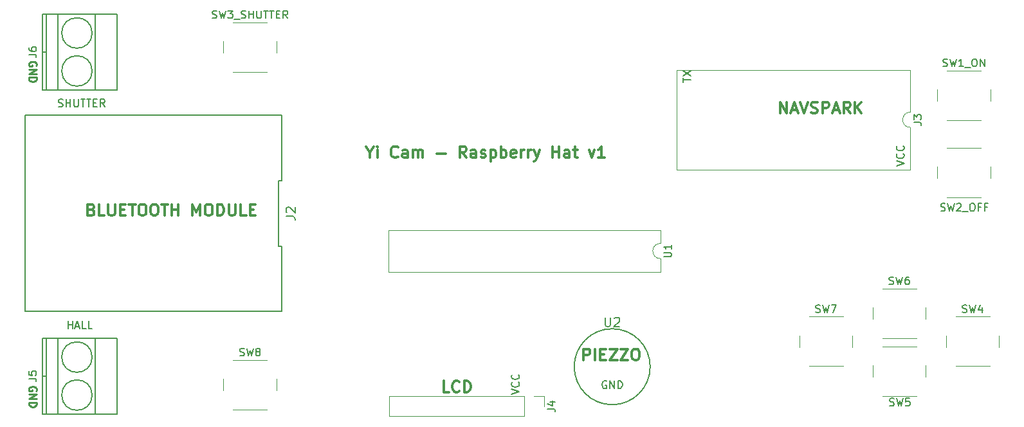
<source format=gbr>
G04 #@! TF.FileFunction,Legend,Top*
%FSLAX46Y46*%
G04 Gerber Fmt 4.6, Leading zero omitted, Abs format (unit mm)*
G04 Created by KiCad (PCBNEW 4.0.6) date 07/08/17 15:03:49*
%MOMM*%
%LPD*%
G01*
G04 APERTURE LIST*
%ADD10C,0.100000*%
%ADD11C,0.300000*%
%ADD12C,0.250000*%
%ADD13C,0.150000*%
%ADD14C,0.120000*%
G04 APERTURE END LIST*
D10*
D11*
X121874286Y-121503286D02*
X121874286Y-122217571D01*
X121374286Y-120717571D02*
X121874286Y-121503286D01*
X122374286Y-120717571D01*
X122874286Y-122217571D02*
X122874286Y-121217571D01*
X122874286Y-120717571D02*
X122802857Y-120789000D01*
X122874286Y-120860429D01*
X122945714Y-120789000D01*
X122874286Y-120717571D01*
X122874286Y-120860429D01*
X125588572Y-122074714D02*
X125517143Y-122146143D01*
X125302857Y-122217571D01*
X125160000Y-122217571D01*
X124945715Y-122146143D01*
X124802857Y-122003286D01*
X124731429Y-121860429D01*
X124660000Y-121574714D01*
X124660000Y-121360429D01*
X124731429Y-121074714D01*
X124802857Y-120931857D01*
X124945715Y-120789000D01*
X125160000Y-120717571D01*
X125302857Y-120717571D01*
X125517143Y-120789000D01*
X125588572Y-120860429D01*
X126874286Y-122217571D02*
X126874286Y-121431857D01*
X126802857Y-121289000D01*
X126660000Y-121217571D01*
X126374286Y-121217571D01*
X126231429Y-121289000D01*
X126874286Y-122146143D02*
X126731429Y-122217571D01*
X126374286Y-122217571D01*
X126231429Y-122146143D01*
X126160000Y-122003286D01*
X126160000Y-121860429D01*
X126231429Y-121717571D01*
X126374286Y-121646143D01*
X126731429Y-121646143D01*
X126874286Y-121574714D01*
X127588572Y-122217571D02*
X127588572Y-121217571D01*
X127588572Y-121360429D02*
X127660000Y-121289000D01*
X127802858Y-121217571D01*
X128017143Y-121217571D01*
X128160000Y-121289000D01*
X128231429Y-121431857D01*
X128231429Y-122217571D01*
X128231429Y-121431857D02*
X128302858Y-121289000D01*
X128445715Y-121217571D01*
X128660000Y-121217571D01*
X128802858Y-121289000D01*
X128874286Y-121431857D01*
X128874286Y-122217571D01*
X130731429Y-121646143D02*
X131874286Y-121646143D01*
X134588572Y-122217571D02*
X134088572Y-121503286D01*
X133731429Y-122217571D02*
X133731429Y-120717571D01*
X134302857Y-120717571D01*
X134445715Y-120789000D01*
X134517143Y-120860429D01*
X134588572Y-121003286D01*
X134588572Y-121217571D01*
X134517143Y-121360429D01*
X134445715Y-121431857D01*
X134302857Y-121503286D01*
X133731429Y-121503286D01*
X135874286Y-122217571D02*
X135874286Y-121431857D01*
X135802857Y-121289000D01*
X135660000Y-121217571D01*
X135374286Y-121217571D01*
X135231429Y-121289000D01*
X135874286Y-122146143D02*
X135731429Y-122217571D01*
X135374286Y-122217571D01*
X135231429Y-122146143D01*
X135160000Y-122003286D01*
X135160000Y-121860429D01*
X135231429Y-121717571D01*
X135374286Y-121646143D01*
X135731429Y-121646143D01*
X135874286Y-121574714D01*
X136517143Y-122146143D02*
X136660000Y-122217571D01*
X136945715Y-122217571D01*
X137088572Y-122146143D01*
X137160000Y-122003286D01*
X137160000Y-121931857D01*
X137088572Y-121789000D01*
X136945715Y-121717571D01*
X136731429Y-121717571D01*
X136588572Y-121646143D01*
X136517143Y-121503286D01*
X136517143Y-121431857D01*
X136588572Y-121289000D01*
X136731429Y-121217571D01*
X136945715Y-121217571D01*
X137088572Y-121289000D01*
X137802858Y-121217571D02*
X137802858Y-122717571D01*
X137802858Y-121289000D02*
X137945715Y-121217571D01*
X138231429Y-121217571D01*
X138374286Y-121289000D01*
X138445715Y-121360429D01*
X138517144Y-121503286D01*
X138517144Y-121931857D01*
X138445715Y-122074714D01*
X138374286Y-122146143D01*
X138231429Y-122217571D01*
X137945715Y-122217571D01*
X137802858Y-122146143D01*
X139160001Y-122217571D02*
X139160001Y-120717571D01*
X139160001Y-121289000D02*
X139302858Y-121217571D01*
X139588572Y-121217571D01*
X139731429Y-121289000D01*
X139802858Y-121360429D01*
X139874287Y-121503286D01*
X139874287Y-121931857D01*
X139802858Y-122074714D01*
X139731429Y-122146143D01*
X139588572Y-122217571D01*
X139302858Y-122217571D01*
X139160001Y-122146143D01*
X141088572Y-122146143D02*
X140945715Y-122217571D01*
X140660001Y-122217571D01*
X140517144Y-122146143D01*
X140445715Y-122003286D01*
X140445715Y-121431857D01*
X140517144Y-121289000D01*
X140660001Y-121217571D01*
X140945715Y-121217571D01*
X141088572Y-121289000D01*
X141160001Y-121431857D01*
X141160001Y-121574714D01*
X140445715Y-121717571D01*
X141802858Y-122217571D02*
X141802858Y-121217571D01*
X141802858Y-121503286D02*
X141874286Y-121360429D01*
X141945715Y-121289000D01*
X142088572Y-121217571D01*
X142231429Y-121217571D01*
X142731429Y-122217571D02*
X142731429Y-121217571D01*
X142731429Y-121503286D02*
X142802857Y-121360429D01*
X142874286Y-121289000D01*
X143017143Y-121217571D01*
X143160000Y-121217571D01*
X143517143Y-121217571D02*
X143874286Y-122217571D01*
X144231428Y-121217571D02*
X143874286Y-122217571D01*
X143731428Y-122574714D01*
X143660000Y-122646143D01*
X143517143Y-122717571D01*
X145945714Y-122217571D02*
X145945714Y-120717571D01*
X145945714Y-121431857D02*
X146802857Y-121431857D01*
X146802857Y-122217571D02*
X146802857Y-120717571D01*
X148160000Y-122217571D02*
X148160000Y-121431857D01*
X148088571Y-121289000D01*
X147945714Y-121217571D01*
X147660000Y-121217571D01*
X147517143Y-121289000D01*
X148160000Y-122146143D02*
X148017143Y-122217571D01*
X147660000Y-122217571D01*
X147517143Y-122146143D01*
X147445714Y-122003286D01*
X147445714Y-121860429D01*
X147517143Y-121717571D01*
X147660000Y-121646143D01*
X148017143Y-121646143D01*
X148160000Y-121574714D01*
X148660000Y-121217571D02*
X149231429Y-121217571D01*
X148874286Y-120717571D02*
X148874286Y-122003286D01*
X148945714Y-122146143D01*
X149088572Y-122217571D01*
X149231429Y-122217571D01*
X150731429Y-121217571D02*
X151088572Y-122217571D01*
X151445714Y-121217571D01*
X152802857Y-122217571D02*
X151945714Y-122217571D01*
X152374286Y-122217571D02*
X152374286Y-120717571D01*
X152231429Y-120931857D01*
X152088571Y-121074714D01*
X151945714Y-121146143D01*
D12*
X77970000Y-110109096D02*
X78017619Y-110013858D01*
X78017619Y-109871001D01*
X77970000Y-109728143D01*
X77874762Y-109632905D01*
X77779524Y-109585286D01*
X77589048Y-109537667D01*
X77446190Y-109537667D01*
X77255714Y-109585286D01*
X77160476Y-109632905D01*
X77065238Y-109728143D01*
X77017619Y-109871001D01*
X77017619Y-109966239D01*
X77065238Y-110109096D01*
X77112857Y-110156715D01*
X77446190Y-110156715D01*
X77446190Y-109966239D01*
X77017619Y-110585286D02*
X78017619Y-110585286D01*
X77017619Y-111156715D01*
X78017619Y-111156715D01*
X77017619Y-111632905D02*
X78017619Y-111632905D01*
X78017619Y-111871000D01*
X77970000Y-112013858D01*
X77874762Y-112109096D01*
X77779524Y-112156715D01*
X77589048Y-112204334D01*
X77446190Y-112204334D01*
X77255714Y-112156715D01*
X77160476Y-112109096D01*
X77065238Y-112013858D01*
X77017619Y-111871000D01*
X77017619Y-111632905D01*
X77970000Y-152908096D02*
X78017619Y-152812858D01*
X78017619Y-152670001D01*
X77970000Y-152527143D01*
X77874762Y-152431905D01*
X77779524Y-152384286D01*
X77589048Y-152336667D01*
X77446190Y-152336667D01*
X77255714Y-152384286D01*
X77160476Y-152431905D01*
X77065238Y-152527143D01*
X77017619Y-152670001D01*
X77017619Y-152765239D01*
X77065238Y-152908096D01*
X77112857Y-152955715D01*
X77446190Y-152955715D01*
X77446190Y-152765239D01*
X77017619Y-153384286D02*
X78017619Y-153384286D01*
X77017619Y-153955715D01*
X78017619Y-153955715D01*
X77017619Y-154431905D02*
X78017619Y-154431905D01*
X78017619Y-154670000D01*
X77970000Y-154812858D01*
X77874762Y-154908096D01*
X77779524Y-154955715D01*
X77589048Y-155003334D01*
X77446190Y-155003334D01*
X77255714Y-154955715D01*
X77160476Y-154908096D01*
X77065238Y-154812858D01*
X77017619Y-154670000D01*
X77017619Y-154431905D01*
D13*
X153035096Y-151646000D02*
X152939858Y-151598381D01*
X152797001Y-151598381D01*
X152654143Y-151646000D01*
X152558905Y-151741238D01*
X152511286Y-151836476D01*
X152463667Y-152026952D01*
X152463667Y-152169810D01*
X152511286Y-152360286D01*
X152558905Y-152455524D01*
X152654143Y-152550762D01*
X152797001Y-152598381D01*
X152892239Y-152598381D01*
X153035096Y-152550762D01*
X153082715Y-152503143D01*
X153082715Y-152169810D01*
X152892239Y-152169810D01*
X153511286Y-152598381D02*
X153511286Y-151598381D01*
X154082715Y-152598381D01*
X154082715Y-151598381D01*
X154558905Y-152598381D02*
X154558905Y-151598381D01*
X154797000Y-151598381D01*
X154939858Y-151646000D01*
X155035096Y-151741238D01*
X155082715Y-151836476D01*
X155130334Y-152026952D01*
X155130334Y-152169810D01*
X155082715Y-152360286D01*
X155035096Y-152455524D01*
X154939858Y-152550762D01*
X154797000Y-152598381D01*
X154558905Y-152598381D01*
X163155381Y-112267905D02*
X163155381Y-111696476D01*
X164155381Y-111982191D02*
X163155381Y-111982191D01*
X163155381Y-111458381D02*
X164155381Y-110791714D01*
X163155381Y-110791714D02*
X164155381Y-111458381D01*
X191222381Y-123253333D02*
X192222381Y-122920000D01*
X191222381Y-122586666D01*
X192127143Y-121681904D02*
X192174762Y-121729523D01*
X192222381Y-121872380D01*
X192222381Y-121967618D01*
X192174762Y-122110476D01*
X192079524Y-122205714D01*
X191984286Y-122253333D01*
X191793810Y-122300952D01*
X191650952Y-122300952D01*
X191460476Y-122253333D01*
X191365238Y-122205714D01*
X191270000Y-122110476D01*
X191222381Y-121967618D01*
X191222381Y-121872380D01*
X191270000Y-121729523D01*
X191317619Y-121681904D01*
X192127143Y-120681904D02*
X192174762Y-120729523D01*
X192222381Y-120872380D01*
X192222381Y-120967618D01*
X192174762Y-121110476D01*
X192079524Y-121205714D01*
X191984286Y-121253333D01*
X191793810Y-121300952D01*
X191650952Y-121300952D01*
X191460476Y-121253333D01*
X191365238Y-121205714D01*
X191270000Y-121110476D01*
X191222381Y-120967618D01*
X191222381Y-120872380D01*
X191270000Y-120729523D01*
X191317619Y-120681904D01*
X140549381Y-153352333D02*
X141549381Y-153019000D01*
X140549381Y-152685666D01*
X141454143Y-151780904D02*
X141501762Y-151828523D01*
X141549381Y-151971380D01*
X141549381Y-152066618D01*
X141501762Y-152209476D01*
X141406524Y-152304714D01*
X141311286Y-152352333D01*
X141120810Y-152399952D01*
X140977952Y-152399952D01*
X140787476Y-152352333D01*
X140692238Y-152304714D01*
X140597000Y-152209476D01*
X140549381Y-152066618D01*
X140549381Y-151971380D01*
X140597000Y-151828523D01*
X140644619Y-151780904D01*
X141454143Y-150780904D02*
X141501762Y-150828523D01*
X141549381Y-150971380D01*
X141549381Y-151066618D01*
X141501762Y-151209476D01*
X141406524Y-151304714D01*
X141311286Y-151352333D01*
X141120810Y-151399952D01*
X140977952Y-151399952D01*
X140787476Y-151352333D01*
X140692238Y-151304714D01*
X140597000Y-151209476D01*
X140549381Y-151066618D01*
X140549381Y-150971380D01*
X140597000Y-150828523D01*
X140644619Y-150780904D01*
D11*
X132314286Y-153078571D02*
X131600000Y-153078571D01*
X131600000Y-151578571D01*
X133671429Y-152935714D02*
X133600000Y-153007143D01*
X133385714Y-153078571D01*
X133242857Y-153078571D01*
X133028572Y-153007143D01*
X132885714Y-152864286D01*
X132814286Y-152721429D01*
X132742857Y-152435714D01*
X132742857Y-152221429D01*
X132814286Y-151935714D01*
X132885714Y-151792857D01*
X133028572Y-151650000D01*
X133242857Y-151578571D01*
X133385714Y-151578571D01*
X133600000Y-151650000D01*
X133671429Y-151721429D01*
X134314286Y-153078571D02*
X134314286Y-151578571D01*
X134671429Y-151578571D01*
X134885714Y-151650000D01*
X135028572Y-151792857D01*
X135100000Y-151935714D01*
X135171429Y-152221429D01*
X135171429Y-152435714D01*
X135100000Y-152721429D01*
X135028572Y-152864286D01*
X134885714Y-153007143D01*
X134671429Y-153078571D01*
X134314286Y-153078571D01*
D13*
X82169190Y-144724381D02*
X82169190Y-143724381D01*
X82169190Y-144200571D02*
X82740619Y-144200571D01*
X82740619Y-144724381D02*
X82740619Y-143724381D01*
X83169190Y-144438667D02*
X83645381Y-144438667D01*
X83073952Y-144724381D02*
X83407285Y-143724381D01*
X83740619Y-144724381D01*
X84550143Y-144724381D02*
X84073952Y-144724381D01*
X84073952Y-143724381D01*
X85359667Y-144724381D02*
X84883476Y-144724381D01*
X84883476Y-143724381D01*
X80899381Y-115466762D02*
X81042238Y-115514381D01*
X81280334Y-115514381D01*
X81375572Y-115466762D01*
X81423191Y-115419143D01*
X81470810Y-115323905D01*
X81470810Y-115228667D01*
X81423191Y-115133429D01*
X81375572Y-115085810D01*
X81280334Y-115038190D01*
X81089857Y-114990571D01*
X80994619Y-114942952D01*
X80947000Y-114895333D01*
X80899381Y-114800095D01*
X80899381Y-114704857D01*
X80947000Y-114609619D01*
X80994619Y-114562000D01*
X81089857Y-114514381D01*
X81327953Y-114514381D01*
X81470810Y-114562000D01*
X81899381Y-115514381D02*
X81899381Y-114514381D01*
X81899381Y-114990571D02*
X82470810Y-114990571D01*
X82470810Y-115514381D02*
X82470810Y-114514381D01*
X82947000Y-114514381D02*
X82947000Y-115323905D01*
X82994619Y-115419143D01*
X83042238Y-115466762D01*
X83137476Y-115514381D01*
X83327953Y-115514381D01*
X83423191Y-115466762D01*
X83470810Y-115419143D01*
X83518429Y-115323905D01*
X83518429Y-114514381D01*
X83851762Y-114514381D02*
X84423191Y-114514381D01*
X84137476Y-115514381D02*
X84137476Y-114514381D01*
X84613667Y-114514381D02*
X85185096Y-114514381D01*
X84899381Y-115514381D02*
X84899381Y-114514381D01*
X85518429Y-114990571D02*
X85851763Y-114990571D01*
X85994620Y-115514381D02*
X85518429Y-115514381D01*
X85518429Y-114514381D01*
X85994620Y-114514381D01*
X86994620Y-115514381D02*
X86661286Y-115038190D01*
X86423191Y-115514381D02*
X86423191Y-114514381D01*
X86804144Y-114514381D01*
X86899382Y-114562000D01*
X86947001Y-114609619D01*
X86994620Y-114704857D01*
X86994620Y-114847714D01*
X86947001Y-114942952D01*
X86899382Y-114990571D01*
X86804144Y-115038190D01*
X86423191Y-115038190D01*
D11*
X150027143Y-148887571D02*
X150027143Y-147387571D01*
X150598571Y-147387571D01*
X150741429Y-147459000D01*
X150812857Y-147530429D01*
X150884286Y-147673286D01*
X150884286Y-147887571D01*
X150812857Y-148030429D01*
X150741429Y-148101857D01*
X150598571Y-148173286D01*
X150027143Y-148173286D01*
X151527143Y-148887571D02*
X151527143Y-147387571D01*
X152241429Y-148101857D02*
X152741429Y-148101857D01*
X152955715Y-148887571D02*
X152241429Y-148887571D01*
X152241429Y-147387571D01*
X152955715Y-147387571D01*
X153455715Y-147387571D02*
X154455715Y-147387571D01*
X153455715Y-148887571D01*
X154455715Y-148887571D01*
X154884286Y-147387571D02*
X155884286Y-147387571D01*
X154884286Y-148887571D01*
X155884286Y-148887571D01*
X156741428Y-147387571D02*
X157027142Y-147387571D01*
X157170000Y-147459000D01*
X157312857Y-147601857D01*
X157384285Y-147887571D01*
X157384285Y-148387571D01*
X157312857Y-148673286D01*
X157170000Y-148816143D01*
X157027142Y-148887571D01*
X156741428Y-148887571D01*
X156598571Y-148816143D01*
X156455714Y-148673286D01*
X156384285Y-148387571D01*
X156384285Y-147887571D01*
X156455714Y-147601857D01*
X156598571Y-147459000D01*
X156741428Y-147387571D01*
X85257999Y-129051857D02*
X85472285Y-129123286D01*
X85543713Y-129194714D01*
X85615142Y-129337571D01*
X85615142Y-129551857D01*
X85543713Y-129694714D01*
X85472285Y-129766143D01*
X85329427Y-129837571D01*
X84757999Y-129837571D01*
X84757999Y-128337571D01*
X85257999Y-128337571D01*
X85400856Y-128409000D01*
X85472285Y-128480429D01*
X85543713Y-128623286D01*
X85543713Y-128766143D01*
X85472285Y-128909000D01*
X85400856Y-128980429D01*
X85257999Y-129051857D01*
X84757999Y-129051857D01*
X86972285Y-129837571D02*
X86257999Y-129837571D01*
X86257999Y-128337571D01*
X87472285Y-128337571D02*
X87472285Y-129551857D01*
X87543713Y-129694714D01*
X87615142Y-129766143D01*
X87757999Y-129837571D01*
X88043713Y-129837571D01*
X88186571Y-129766143D01*
X88257999Y-129694714D01*
X88329428Y-129551857D01*
X88329428Y-128337571D01*
X89043714Y-129051857D02*
X89543714Y-129051857D01*
X89758000Y-129837571D02*
X89043714Y-129837571D01*
X89043714Y-128337571D01*
X89758000Y-128337571D01*
X90186571Y-128337571D02*
X91043714Y-128337571D01*
X90615143Y-129837571D02*
X90615143Y-128337571D01*
X91829428Y-128337571D02*
X92115142Y-128337571D01*
X92258000Y-128409000D01*
X92400857Y-128551857D01*
X92472285Y-128837571D01*
X92472285Y-129337571D01*
X92400857Y-129623286D01*
X92258000Y-129766143D01*
X92115142Y-129837571D01*
X91829428Y-129837571D01*
X91686571Y-129766143D01*
X91543714Y-129623286D01*
X91472285Y-129337571D01*
X91472285Y-128837571D01*
X91543714Y-128551857D01*
X91686571Y-128409000D01*
X91829428Y-128337571D01*
X93400857Y-128337571D02*
X93686571Y-128337571D01*
X93829429Y-128409000D01*
X93972286Y-128551857D01*
X94043714Y-128837571D01*
X94043714Y-129337571D01*
X93972286Y-129623286D01*
X93829429Y-129766143D01*
X93686571Y-129837571D01*
X93400857Y-129837571D01*
X93258000Y-129766143D01*
X93115143Y-129623286D01*
X93043714Y-129337571D01*
X93043714Y-128837571D01*
X93115143Y-128551857D01*
X93258000Y-128409000D01*
X93400857Y-128337571D01*
X94472286Y-128337571D02*
X95329429Y-128337571D01*
X94900858Y-129837571D02*
X94900858Y-128337571D01*
X95829429Y-129837571D02*
X95829429Y-128337571D01*
X95829429Y-129051857D02*
X96686572Y-129051857D01*
X96686572Y-129837571D02*
X96686572Y-128337571D01*
X98543715Y-129837571D02*
X98543715Y-128337571D01*
X99043715Y-129409000D01*
X99543715Y-128337571D01*
X99543715Y-129837571D01*
X100543715Y-128337571D02*
X100829429Y-128337571D01*
X100972287Y-128409000D01*
X101115144Y-128551857D01*
X101186572Y-128837571D01*
X101186572Y-129337571D01*
X101115144Y-129623286D01*
X100972287Y-129766143D01*
X100829429Y-129837571D01*
X100543715Y-129837571D01*
X100400858Y-129766143D01*
X100258001Y-129623286D01*
X100186572Y-129337571D01*
X100186572Y-128837571D01*
X100258001Y-128551857D01*
X100400858Y-128409000D01*
X100543715Y-128337571D01*
X101829430Y-129837571D02*
X101829430Y-128337571D01*
X102186573Y-128337571D01*
X102400858Y-128409000D01*
X102543716Y-128551857D01*
X102615144Y-128694714D01*
X102686573Y-128980429D01*
X102686573Y-129194714D01*
X102615144Y-129480429D01*
X102543716Y-129623286D01*
X102400858Y-129766143D01*
X102186573Y-129837571D01*
X101829430Y-129837571D01*
X103329430Y-128337571D02*
X103329430Y-129551857D01*
X103400858Y-129694714D01*
X103472287Y-129766143D01*
X103615144Y-129837571D01*
X103900858Y-129837571D01*
X104043716Y-129766143D01*
X104115144Y-129694714D01*
X104186573Y-129551857D01*
X104186573Y-128337571D01*
X105615145Y-129837571D02*
X104900859Y-129837571D01*
X104900859Y-128337571D01*
X106115145Y-129051857D02*
X106615145Y-129051857D01*
X106829431Y-129837571D02*
X106115145Y-129837571D01*
X106115145Y-128337571D01*
X106829431Y-128337571D01*
X175907572Y-116375571D02*
X175907572Y-114875571D01*
X176764715Y-116375571D01*
X176764715Y-114875571D01*
X177407572Y-115947000D02*
X178121858Y-115947000D01*
X177264715Y-116375571D02*
X177764715Y-114875571D01*
X178264715Y-116375571D01*
X178550429Y-114875571D02*
X179050429Y-116375571D01*
X179550429Y-114875571D01*
X179979000Y-116304143D02*
X180193286Y-116375571D01*
X180550429Y-116375571D01*
X180693286Y-116304143D01*
X180764715Y-116232714D01*
X180836143Y-116089857D01*
X180836143Y-115947000D01*
X180764715Y-115804143D01*
X180693286Y-115732714D01*
X180550429Y-115661286D01*
X180264715Y-115589857D01*
X180121857Y-115518429D01*
X180050429Y-115447000D01*
X179979000Y-115304143D01*
X179979000Y-115161286D01*
X180050429Y-115018429D01*
X180121857Y-114947000D01*
X180264715Y-114875571D01*
X180621857Y-114875571D01*
X180836143Y-114947000D01*
X181479000Y-116375571D02*
X181479000Y-114875571D01*
X182050428Y-114875571D01*
X182193286Y-114947000D01*
X182264714Y-115018429D01*
X182336143Y-115161286D01*
X182336143Y-115375571D01*
X182264714Y-115518429D01*
X182193286Y-115589857D01*
X182050428Y-115661286D01*
X181479000Y-115661286D01*
X182907571Y-115947000D02*
X183621857Y-115947000D01*
X182764714Y-116375571D02*
X183264714Y-114875571D01*
X183764714Y-116375571D01*
X185121857Y-116375571D02*
X184621857Y-115661286D01*
X184264714Y-116375571D02*
X184264714Y-114875571D01*
X184836142Y-114875571D01*
X184979000Y-114947000D01*
X185050428Y-115018429D01*
X185121857Y-115161286D01*
X185121857Y-115375571D01*
X185050428Y-115518429D01*
X184979000Y-115589857D01*
X184836142Y-115661286D01*
X184264714Y-115661286D01*
X185764714Y-116375571D02*
X185764714Y-114875571D01*
X186621857Y-116375571D02*
X185979000Y-115518429D01*
X186621857Y-114875571D02*
X185764714Y-115732714D01*
D14*
X193033000Y-116221000D02*
X193033000Y-110641000D01*
X193033000Y-110641000D02*
X162313000Y-110641000D01*
X162313000Y-110641000D02*
X162313000Y-123801000D01*
X162313000Y-123801000D02*
X193033000Y-123801000D01*
X193033000Y-123801000D02*
X193033000Y-118221000D01*
X193033000Y-118221000D02*
G75*
G02X193033000Y-116221000I0J1000000D01*
G01*
D13*
X110320000Y-116610000D02*
X76500000Y-116610000D01*
X76500000Y-116610000D02*
X76500000Y-142470000D01*
X76500000Y-142470000D02*
X110319999Y-142470000D01*
X110319999Y-142470000D02*
X110320000Y-133850000D01*
X110320000Y-133850000D02*
X109870000Y-133850000D01*
X109870000Y-133850000D02*
X109870000Y-125230000D01*
X109870000Y-125230000D02*
X110320000Y-125230000D01*
X110320000Y-125230000D02*
X110320000Y-116610000D01*
D14*
X142240000Y-153610000D02*
X124400000Y-153610000D01*
X124400000Y-153610000D02*
X124400000Y-156270000D01*
X124400000Y-156270000D02*
X142240000Y-156270000D01*
X142240000Y-156270000D02*
X142240000Y-153610000D01*
X143510000Y-153610000D02*
X144840000Y-153610000D01*
X144840000Y-153610000D02*
X144840000Y-154940000D01*
D13*
X79339000Y-150963000D02*
X78839000Y-150963000D01*
X85339000Y-153463000D02*
G75*
G03X85339000Y-153463000I-2000000J0D01*
G01*
X85339000Y-148463000D02*
G75*
G03X85339000Y-148463000I-2000000J0D01*
G01*
X80839000Y-145963000D02*
X80839000Y-155963000D01*
X85739000Y-145963000D02*
X85739000Y-155963000D01*
X79339000Y-145963000D02*
X79339000Y-155963000D01*
X78839000Y-145963000D02*
X78839000Y-155963000D01*
X78839000Y-155963000D02*
X88639000Y-155963000D01*
X88639000Y-155963000D02*
X88639000Y-145963000D01*
X88639000Y-145963000D02*
X78839000Y-145963000D01*
X79339000Y-108291000D02*
X78839000Y-108291000D01*
X85339000Y-110791000D02*
G75*
G03X85339000Y-110791000I-2000000J0D01*
G01*
X85339000Y-105791000D02*
G75*
G03X85339000Y-105791000I-2000000J0D01*
G01*
X80839000Y-103291000D02*
X80839000Y-113291000D01*
X85739000Y-103291000D02*
X85739000Y-113291000D01*
X79339000Y-103291000D02*
X79339000Y-113291000D01*
X78839000Y-103291000D02*
X78839000Y-113291000D01*
X78839000Y-113291000D02*
X88639000Y-113291000D01*
X88639000Y-113291000D02*
X88639000Y-103291000D01*
X88639000Y-103291000D02*
X78839000Y-103291000D01*
D14*
X197850000Y-117260000D02*
X202350000Y-117260000D01*
X196600000Y-113260000D02*
X196600000Y-114760000D01*
X202350000Y-110760000D02*
X197850000Y-110760000D01*
X203600000Y-114760000D02*
X203600000Y-113260000D01*
X197850000Y-127420000D02*
X202350000Y-127420000D01*
X196600000Y-123420000D02*
X196600000Y-124920000D01*
X202350000Y-120920000D02*
X197850000Y-120920000D01*
X203600000Y-124920000D02*
X203600000Y-123420000D01*
X103870000Y-110910000D02*
X108370000Y-110910000D01*
X102620000Y-106910000D02*
X102620000Y-108410000D01*
X108370000Y-104410000D02*
X103870000Y-104410000D01*
X109620000Y-108410000D02*
X109620000Y-106910000D01*
X198993000Y-149645000D02*
X203493000Y-149645000D01*
X197743000Y-145645000D02*
X197743000Y-147145000D01*
X203493000Y-143145000D02*
X198993000Y-143145000D01*
X204743000Y-147145000D02*
X204743000Y-145645000D01*
X189341000Y-153582000D02*
X193841000Y-153582000D01*
X188091000Y-149582000D02*
X188091000Y-151082000D01*
X193841000Y-147082000D02*
X189341000Y-147082000D01*
X195091000Y-151082000D02*
X195091000Y-149582000D01*
X189341000Y-145962000D02*
X193841000Y-145962000D01*
X188091000Y-141962000D02*
X188091000Y-143462000D01*
X193841000Y-139462000D02*
X189341000Y-139462000D01*
X195091000Y-143462000D02*
X195091000Y-141962000D01*
X179689000Y-149645000D02*
X184189000Y-149645000D01*
X178439000Y-145645000D02*
X178439000Y-147145000D01*
X184189000Y-143145000D02*
X179689000Y-143145000D01*
X185439000Y-147145000D02*
X185439000Y-145645000D01*
X103870000Y-155360000D02*
X108370000Y-155360000D01*
X102620000Y-151360000D02*
X102620000Y-152860000D01*
X108370000Y-148860000D02*
X103870000Y-148860000D01*
X109620000Y-152860000D02*
X109620000Y-151360000D01*
D13*
X158797000Y-149733000D02*
G75*
G03X158797000Y-149733000I-5000000J0D01*
G01*
D14*
X160140000Y-133493000D02*
X160140000Y-131723000D01*
X160140000Y-131723000D02*
X124340000Y-131723000D01*
X124340000Y-131723000D02*
X124340000Y-137263000D01*
X124340000Y-137263000D02*
X160140000Y-137263000D01*
X160140000Y-137263000D02*
X160140000Y-135493000D01*
X160140000Y-135493000D02*
G75*
G02X160140000Y-133493000I0J1000000D01*
G01*
D13*
X193485381Y-117554333D02*
X194199667Y-117554333D01*
X194342524Y-117601953D01*
X194437762Y-117697191D01*
X194485381Y-117840048D01*
X194485381Y-117935286D01*
X193485381Y-117173381D02*
X193485381Y-116554333D01*
X193866333Y-116887667D01*
X193866333Y-116744809D01*
X193913952Y-116649571D01*
X193961571Y-116601952D01*
X194056810Y-116554333D01*
X194294905Y-116554333D01*
X194390143Y-116601952D01*
X194437762Y-116649571D01*
X194485381Y-116744809D01*
X194485381Y-117030524D01*
X194437762Y-117125762D01*
X194390143Y-117173381D01*
X110862857Y-129940000D02*
X111720000Y-129940000D01*
X111891429Y-129997142D01*
X112005714Y-130111428D01*
X112062857Y-130282857D01*
X112062857Y-130397142D01*
X110977143Y-129425714D02*
X110920000Y-129368571D01*
X110862857Y-129254285D01*
X110862857Y-128968571D01*
X110920000Y-128854285D01*
X110977143Y-128797142D01*
X111091429Y-128739999D01*
X111205714Y-128739999D01*
X111377143Y-128797142D01*
X112062857Y-129482856D01*
X112062857Y-128739999D01*
X145292381Y-155273333D02*
X146006667Y-155273333D01*
X146149524Y-155320953D01*
X146244762Y-155416191D01*
X146292381Y-155559048D01*
X146292381Y-155654286D01*
X145625714Y-154368571D02*
X146292381Y-154368571D01*
X145244762Y-154606667D02*
X145959048Y-154844762D01*
X145959048Y-154225714D01*
X76991381Y-151296333D02*
X77705667Y-151296333D01*
X77848524Y-151343953D01*
X77943762Y-151439191D01*
X77991381Y-151582048D01*
X77991381Y-151677286D01*
X76991381Y-150343952D02*
X76991381Y-150820143D01*
X77467571Y-150867762D01*
X77419952Y-150820143D01*
X77372333Y-150724905D01*
X77372333Y-150486809D01*
X77419952Y-150391571D01*
X77467571Y-150343952D01*
X77562810Y-150296333D01*
X77800905Y-150296333D01*
X77896143Y-150343952D01*
X77943762Y-150391571D01*
X77991381Y-150486809D01*
X77991381Y-150724905D01*
X77943762Y-150820143D01*
X77896143Y-150867762D01*
X76991381Y-108624333D02*
X77705667Y-108624333D01*
X77848524Y-108671953D01*
X77943762Y-108767191D01*
X77991381Y-108910048D01*
X77991381Y-109005286D01*
X76991381Y-107719571D02*
X76991381Y-107910048D01*
X77039000Y-108005286D01*
X77086619Y-108052905D01*
X77229476Y-108148143D01*
X77419952Y-108195762D01*
X77800905Y-108195762D01*
X77896143Y-108148143D01*
X77943762Y-108100524D01*
X77991381Y-108005286D01*
X77991381Y-107814809D01*
X77943762Y-107719571D01*
X77896143Y-107671952D01*
X77800905Y-107624333D01*
X77562810Y-107624333D01*
X77467571Y-107671952D01*
X77419952Y-107719571D01*
X77372333Y-107814809D01*
X77372333Y-108005286D01*
X77419952Y-108100524D01*
X77467571Y-108148143D01*
X77562810Y-108195762D01*
X197338095Y-110164762D02*
X197480952Y-110212381D01*
X197719048Y-110212381D01*
X197814286Y-110164762D01*
X197861905Y-110117143D01*
X197909524Y-110021905D01*
X197909524Y-109926667D01*
X197861905Y-109831429D01*
X197814286Y-109783810D01*
X197719048Y-109736190D01*
X197528571Y-109688571D01*
X197433333Y-109640952D01*
X197385714Y-109593333D01*
X197338095Y-109498095D01*
X197338095Y-109402857D01*
X197385714Y-109307619D01*
X197433333Y-109260000D01*
X197528571Y-109212381D01*
X197766667Y-109212381D01*
X197909524Y-109260000D01*
X198242857Y-109212381D02*
X198480952Y-110212381D01*
X198671429Y-109498095D01*
X198861905Y-110212381D01*
X199100000Y-109212381D01*
X200004762Y-110212381D02*
X199433333Y-110212381D01*
X199719047Y-110212381D02*
X199719047Y-109212381D01*
X199623809Y-109355238D01*
X199528571Y-109450476D01*
X199433333Y-109498095D01*
X200195238Y-110307619D02*
X200957143Y-110307619D01*
X201385714Y-109212381D02*
X201576191Y-109212381D01*
X201671429Y-109260000D01*
X201766667Y-109355238D01*
X201814286Y-109545714D01*
X201814286Y-109879048D01*
X201766667Y-110069524D01*
X201671429Y-110164762D01*
X201576191Y-110212381D01*
X201385714Y-110212381D01*
X201290476Y-110164762D01*
X201195238Y-110069524D01*
X201147619Y-109879048D01*
X201147619Y-109545714D01*
X201195238Y-109355238D01*
X201290476Y-109260000D01*
X201385714Y-109212381D01*
X202242857Y-110212381D02*
X202242857Y-109212381D01*
X202814286Y-110212381D01*
X202814286Y-109212381D01*
X197056762Y-129182762D02*
X197199619Y-129230381D01*
X197437715Y-129230381D01*
X197532953Y-129182762D01*
X197580572Y-129135143D01*
X197628191Y-129039905D01*
X197628191Y-128944667D01*
X197580572Y-128849429D01*
X197532953Y-128801810D01*
X197437715Y-128754190D01*
X197247238Y-128706571D01*
X197152000Y-128658952D01*
X197104381Y-128611333D01*
X197056762Y-128516095D01*
X197056762Y-128420857D01*
X197104381Y-128325619D01*
X197152000Y-128278000D01*
X197247238Y-128230381D01*
X197485334Y-128230381D01*
X197628191Y-128278000D01*
X197961524Y-128230381D02*
X198199619Y-129230381D01*
X198390096Y-128516095D01*
X198580572Y-129230381D01*
X198818667Y-128230381D01*
X199152000Y-128325619D02*
X199199619Y-128278000D01*
X199294857Y-128230381D01*
X199532953Y-128230381D01*
X199628191Y-128278000D01*
X199675810Y-128325619D01*
X199723429Y-128420857D01*
X199723429Y-128516095D01*
X199675810Y-128658952D01*
X199104381Y-129230381D01*
X199723429Y-129230381D01*
X199913905Y-129325619D02*
X200675810Y-129325619D01*
X201104381Y-128230381D02*
X201294858Y-128230381D01*
X201390096Y-128278000D01*
X201485334Y-128373238D01*
X201532953Y-128563714D01*
X201532953Y-128897048D01*
X201485334Y-129087524D01*
X201390096Y-129182762D01*
X201294858Y-129230381D01*
X201104381Y-129230381D01*
X201009143Y-129182762D01*
X200913905Y-129087524D01*
X200866286Y-128897048D01*
X200866286Y-128563714D01*
X200913905Y-128373238D01*
X201009143Y-128278000D01*
X201104381Y-128230381D01*
X202294858Y-128706571D02*
X201961524Y-128706571D01*
X201961524Y-129230381D02*
X201961524Y-128230381D01*
X202437715Y-128230381D01*
X203152001Y-128706571D02*
X202818667Y-128706571D01*
X202818667Y-129230381D02*
X202818667Y-128230381D01*
X203294858Y-128230381D01*
X101167619Y-103814762D02*
X101310476Y-103862381D01*
X101548572Y-103862381D01*
X101643810Y-103814762D01*
X101691429Y-103767143D01*
X101739048Y-103671905D01*
X101739048Y-103576667D01*
X101691429Y-103481429D01*
X101643810Y-103433810D01*
X101548572Y-103386190D01*
X101358095Y-103338571D01*
X101262857Y-103290952D01*
X101215238Y-103243333D01*
X101167619Y-103148095D01*
X101167619Y-103052857D01*
X101215238Y-102957619D01*
X101262857Y-102910000D01*
X101358095Y-102862381D01*
X101596191Y-102862381D01*
X101739048Y-102910000D01*
X102072381Y-102862381D02*
X102310476Y-103862381D01*
X102500953Y-103148095D01*
X102691429Y-103862381D01*
X102929524Y-102862381D01*
X103215238Y-102862381D02*
X103834286Y-102862381D01*
X103500952Y-103243333D01*
X103643810Y-103243333D01*
X103739048Y-103290952D01*
X103786667Y-103338571D01*
X103834286Y-103433810D01*
X103834286Y-103671905D01*
X103786667Y-103767143D01*
X103739048Y-103814762D01*
X103643810Y-103862381D01*
X103358095Y-103862381D01*
X103262857Y-103814762D01*
X103215238Y-103767143D01*
X104024762Y-103957619D02*
X104786667Y-103957619D01*
X104977143Y-103814762D02*
X105120000Y-103862381D01*
X105358096Y-103862381D01*
X105453334Y-103814762D01*
X105500953Y-103767143D01*
X105548572Y-103671905D01*
X105548572Y-103576667D01*
X105500953Y-103481429D01*
X105453334Y-103433810D01*
X105358096Y-103386190D01*
X105167619Y-103338571D01*
X105072381Y-103290952D01*
X105024762Y-103243333D01*
X104977143Y-103148095D01*
X104977143Y-103052857D01*
X105024762Y-102957619D01*
X105072381Y-102910000D01*
X105167619Y-102862381D01*
X105405715Y-102862381D01*
X105548572Y-102910000D01*
X105977143Y-103862381D02*
X105977143Y-102862381D01*
X105977143Y-103338571D02*
X106548572Y-103338571D01*
X106548572Y-103862381D02*
X106548572Y-102862381D01*
X107024762Y-102862381D02*
X107024762Y-103671905D01*
X107072381Y-103767143D01*
X107120000Y-103814762D01*
X107215238Y-103862381D01*
X107405715Y-103862381D01*
X107500953Y-103814762D01*
X107548572Y-103767143D01*
X107596191Y-103671905D01*
X107596191Y-102862381D01*
X107929524Y-102862381D02*
X108500953Y-102862381D01*
X108215238Y-103862381D02*
X108215238Y-102862381D01*
X108691429Y-102862381D02*
X109262858Y-102862381D01*
X108977143Y-103862381D02*
X108977143Y-102862381D01*
X109596191Y-103338571D02*
X109929525Y-103338571D01*
X110072382Y-103862381D02*
X109596191Y-103862381D01*
X109596191Y-102862381D01*
X110072382Y-102862381D01*
X111072382Y-103862381D02*
X110739048Y-103386190D01*
X110500953Y-103862381D02*
X110500953Y-102862381D01*
X110881906Y-102862381D01*
X110977144Y-102910000D01*
X111024763Y-102957619D01*
X111072382Y-103052857D01*
X111072382Y-103195714D01*
X111024763Y-103290952D01*
X110977144Y-103338571D01*
X110881906Y-103386190D01*
X110500953Y-103386190D01*
X199909667Y-142549762D02*
X200052524Y-142597381D01*
X200290620Y-142597381D01*
X200385858Y-142549762D01*
X200433477Y-142502143D01*
X200481096Y-142406905D01*
X200481096Y-142311667D01*
X200433477Y-142216429D01*
X200385858Y-142168810D01*
X200290620Y-142121190D01*
X200100143Y-142073571D01*
X200004905Y-142025952D01*
X199957286Y-141978333D01*
X199909667Y-141883095D01*
X199909667Y-141787857D01*
X199957286Y-141692619D01*
X200004905Y-141645000D01*
X200100143Y-141597381D01*
X200338239Y-141597381D01*
X200481096Y-141645000D01*
X200814429Y-141597381D02*
X201052524Y-142597381D01*
X201243001Y-141883095D01*
X201433477Y-142597381D01*
X201671572Y-141597381D01*
X202481096Y-141930714D02*
X202481096Y-142597381D01*
X202243000Y-141549762D02*
X202004905Y-142264048D01*
X202623953Y-142264048D01*
X190309667Y-154836762D02*
X190452524Y-154884381D01*
X190690620Y-154884381D01*
X190785858Y-154836762D01*
X190833477Y-154789143D01*
X190881096Y-154693905D01*
X190881096Y-154598667D01*
X190833477Y-154503429D01*
X190785858Y-154455810D01*
X190690620Y-154408190D01*
X190500143Y-154360571D01*
X190404905Y-154312952D01*
X190357286Y-154265333D01*
X190309667Y-154170095D01*
X190309667Y-154074857D01*
X190357286Y-153979619D01*
X190404905Y-153932000D01*
X190500143Y-153884381D01*
X190738239Y-153884381D01*
X190881096Y-153932000D01*
X191214429Y-153884381D02*
X191452524Y-154884381D01*
X191643001Y-154170095D01*
X191833477Y-154884381D01*
X192071572Y-153884381D01*
X192928715Y-153884381D02*
X192452524Y-153884381D01*
X192404905Y-154360571D01*
X192452524Y-154312952D01*
X192547762Y-154265333D01*
X192785858Y-154265333D01*
X192881096Y-154312952D01*
X192928715Y-154360571D01*
X192976334Y-154455810D01*
X192976334Y-154693905D01*
X192928715Y-154789143D01*
X192881096Y-154836762D01*
X192785858Y-154884381D01*
X192547762Y-154884381D01*
X192452524Y-154836762D01*
X192404905Y-154789143D01*
X190257667Y-138866762D02*
X190400524Y-138914381D01*
X190638620Y-138914381D01*
X190733858Y-138866762D01*
X190781477Y-138819143D01*
X190829096Y-138723905D01*
X190829096Y-138628667D01*
X190781477Y-138533429D01*
X190733858Y-138485810D01*
X190638620Y-138438190D01*
X190448143Y-138390571D01*
X190352905Y-138342952D01*
X190305286Y-138295333D01*
X190257667Y-138200095D01*
X190257667Y-138104857D01*
X190305286Y-138009619D01*
X190352905Y-137962000D01*
X190448143Y-137914381D01*
X190686239Y-137914381D01*
X190829096Y-137962000D01*
X191162429Y-137914381D02*
X191400524Y-138914381D01*
X191591001Y-138200095D01*
X191781477Y-138914381D01*
X192019572Y-137914381D01*
X192829096Y-137914381D02*
X192638619Y-137914381D01*
X192543381Y-137962000D01*
X192495762Y-138009619D01*
X192400524Y-138152476D01*
X192352905Y-138342952D01*
X192352905Y-138723905D01*
X192400524Y-138819143D01*
X192448143Y-138866762D01*
X192543381Y-138914381D01*
X192733858Y-138914381D01*
X192829096Y-138866762D01*
X192876715Y-138819143D01*
X192924334Y-138723905D01*
X192924334Y-138485810D01*
X192876715Y-138390571D01*
X192829096Y-138342952D01*
X192733858Y-138295333D01*
X192543381Y-138295333D01*
X192448143Y-138342952D01*
X192400524Y-138390571D01*
X192352905Y-138485810D01*
X180605667Y-142549762D02*
X180748524Y-142597381D01*
X180986620Y-142597381D01*
X181081858Y-142549762D01*
X181129477Y-142502143D01*
X181177096Y-142406905D01*
X181177096Y-142311667D01*
X181129477Y-142216429D01*
X181081858Y-142168810D01*
X180986620Y-142121190D01*
X180796143Y-142073571D01*
X180700905Y-142025952D01*
X180653286Y-141978333D01*
X180605667Y-141883095D01*
X180605667Y-141787857D01*
X180653286Y-141692619D01*
X180700905Y-141645000D01*
X180796143Y-141597381D01*
X181034239Y-141597381D01*
X181177096Y-141645000D01*
X181510429Y-141597381D02*
X181748524Y-142597381D01*
X181939001Y-141883095D01*
X182129477Y-142597381D01*
X182367572Y-141597381D01*
X182653286Y-141597381D02*
X183319953Y-141597381D01*
X182891381Y-142597381D01*
X104786667Y-148264762D02*
X104929524Y-148312381D01*
X105167620Y-148312381D01*
X105262858Y-148264762D01*
X105310477Y-148217143D01*
X105358096Y-148121905D01*
X105358096Y-148026667D01*
X105310477Y-147931429D01*
X105262858Y-147883810D01*
X105167620Y-147836190D01*
X104977143Y-147788571D01*
X104881905Y-147740952D01*
X104834286Y-147693333D01*
X104786667Y-147598095D01*
X104786667Y-147502857D01*
X104834286Y-147407619D01*
X104881905Y-147360000D01*
X104977143Y-147312381D01*
X105215239Y-147312381D01*
X105358096Y-147360000D01*
X105691429Y-147312381D02*
X105929524Y-148312381D01*
X106120001Y-147598095D01*
X106310477Y-148312381D01*
X106548572Y-147312381D01*
X107072381Y-147740952D02*
X106977143Y-147693333D01*
X106929524Y-147645714D01*
X106881905Y-147550476D01*
X106881905Y-147502857D01*
X106929524Y-147407619D01*
X106977143Y-147360000D01*
X107072381Y-147312381D01*
X107262858Y-147312381D01*
X107358096Y-147360000D01*
X107405715Y-147407619D01*
X107453334Y-147502857D01*
X107453334Y-147550476D01*
X107405715Y-147645714D01*
X107358096Y-147693333D01*
X107262858Y-147740952D01*
X107072381Y-147740952D01*
X106977143Y-147788571D01*
X106929524Y-147836190D01*
X106881905Y-147931429D01*
X106881905Y-148121905D01*
X106929524Y-148217143D01*
X106977143Y-148264762D01*
X107072381Y-148312381D01*
X107262858Y-148312381D01*
X107358096Y-148264762D01*
X107405715Y-148217143D01*
X107453334Y-148121905D01*
X107453334Y-147931429D01*
X107405715Y-147836190D01*
X107358096Y-147788571D01*
X107262858Y-147740952D01*
X152882714Y-143250857D02*
X152882714Y-144222286D01*
X152939857Y-144336571D01*
X152997000Y-144393714D01*
X153111286Y-144450857D01*
X153339857Y-144450857D01*
X153454143Y-144393714D01*
X153511286Y-144336571D01*
X153568429Y-144222286D01*
X153568429Y-143250857D01*
X154082714Y-143365143D02*
X154139857Y-143308000D01*
X154254143Y-143250857D01*
X154539857Y-143250857D01*
X154654143Y-143308000D01*
X154711286Y-143365143D01*
X154768429Y-143479429D01*
X154768429Y-143593714D01*
X154711286Y-143765143D01*
X154025572Y-144450857D01*
X154768429Y-144450857D01*
X160592381Y-135254905D02*
X161401905Y-135254905D01*
X161497143Y-135207286D01*
X161544762Y-135159667D01*
X161592381Y-135064429D01*
X161592381Y-134873952D01*
X161544762Y-134778714D01*
X161497143Y-134731095D01*
X161401905Y-134683476D01*
X160592381Y-134683476D01*
X161592381Y-133683476D02*
X161592381Y-134254905D01*
X161592381Y-133969191D02*
X160592381Y-133969191D01*
X160735238Y-134064429D01*
X160830476Y-134159667D01*
X160878095Y-134254905D01*
M02*

</source>
